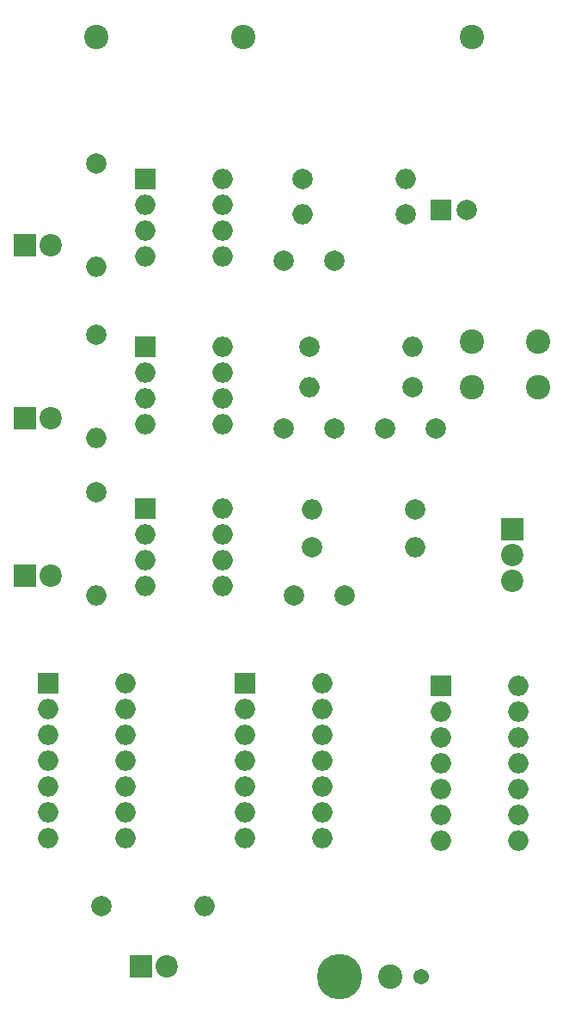
<source format=gbs>
G04 #@! TF.FileFunction,Soldermask,Bot*
%FSLAX46Y46*%
G04 Gerber Fmt 4.6, Leading zero omitted, Abs format (unit mm)*
G04 Created by KiCad (PCBNEW 4.0.5-e0-6337~49~ubuntu16.04.1) date Sun Mar 26 15:46:02 2017*
%MOMM*%
%LPD*%
G01*
G04 APERTURE LIST*
%ADD10C,0.100000*%
%ADD11R,2.000000X2.000000*%
%ADD12C,2.000000*%
%ADD13R,2.200000X2.200000*%
%ADD14C,2.200000*%
%ADD15C,4.464000*%
%ADD16C,1.543000*%
%ADD17C,2.400000*%
%ADD18O,2.000000X2.000000*%
G04 APERTURE END LIST*
D10*
D11*
X123500000Y-80500000D03*
D12*
X126000000Y-80500000D03*
X113000000Y-85500000D03*
X108000000Y-85500000D03*
X108000000Y-102000000D03*
X113000000Y-102000000D03*
X114000000Y-118500000D03*
X109000000Y-118500000D03*
D13*
X82460000Y-84000000D03*
D14*
X85000000Y-84000000D03*
D13*
X82460000Y-101000000D03*
D14*
X85000000Y-101000000D03*
D13*
X82460000Y-116500000D03*
D14*
X85000000Y-116500000D03*
D13*
X93960000Y-155000000D03*
D14*
X96500000Y-155000000D03*
D15*
X113500000Y-156000000D03*
D16*
X121500000Y-156000000D03*
D17*
X118500000Y-156000000D03*
X126500000Y-63500000D03*
X89500000Y-63500000D03*
X104000000Y-63500000D03*
D12*
X89500000Y-76000000D03*
D18*
X89500000Y-86160000D03*
D12*
X109840000Y-77500000D03*
D18*
X120000000Y-77500000D03*
D12*
X120000000Y-81000000D03*
D18*
X109840000Y-81000000D03*
D12*
X110500000Y-94000000D03*
D18*
X120660000Y-94000000D03*
D12*
X89500000Y-92840000D03*
D18*
X89500000Y-103000000D03*
D12*
X120660000Y-98000000D03*
D18*
X110500000Y-98000000D03*
D12*
X120910000Y-110000000D03*
D18*
X110750000Y-110000000D03*
D12*
X110750000Y-113750000D03*
D18*
X120910000Y-113750000D03*
D12*
X89500000Y-108340000D03*
D18*
X89500000Y-118500000D03*
D12*
X90000000Y-149000000D03*
D18*
X100160000Y-149000000D03*
D13*
X130500000Y-111920000D03*
D14*
X130500000Y-114460000D03*
X130500000Y-117000000D03*
D17*
X133000000Y-93500000D03*
X133000000Y-98000000D03*
X126500000Y-93500000D03*
X126500000Y-98000000D03*
D11*
X94380000Y-77460000D03*
D18*
X102000000Y-85080000D03*
X94380000Y-80000000D03*
X102000000Y-82540000D03*
X94380000Y-82540000D03*
X102000000Y-80000000D03*
X94380000Y-85080000D03*
X102000000Y-77460000D03*
D11*
X94380000Y-94000000D03*
D18*
X102000000Y-101620000D03*
X94380000Y-96540000D03*
X102000000Y-99080000D03*
X94380000Y-99080000D03*
X102000000Y-96540000D03*
X94380000Y-101620000D03*
X102000000Y-94000000D03*
D11*
X94380000Y-109920000D03*
D18*
X102000000Y-117540000D03*
X94380000Y-112460000D03*
X102000000Y-115000000D03*
X94380000Y-115000000D03*
X102000000Y-112460000D03*
X94380000Y-117540000D03*
X102000000Y-109920000D03*
D11*
X84750000Y-127130000D03*
D18*
X92370000Y-142370000D03*
X84750000Y-129670000D03*
X92370000Y-139830000D03*
X84750000Y-132210000D03*
X92370000Y-137290000D03*
X84750000Y-134750000D03*
X92370000Y-134750000D03*
X84750000Y-137290000D03*
X92370000Y-132210000D03*
X84750000Y-139830000D03*
X92370000Y-129670000D03*
X84750000Y-142370000D03*
X92370000Y-127130000D03*
D11*
X104130000Y-127130000D03*
D18*
X111750000Y-142370000D03*
X104130000Y-129670000D03*
X111750000Y-139830000D03*
X104130000Y-132210000D03*
X111750000Y-137290000D03*
X104130000Y-134750000D03*
X111750000Y-134750000D03*
X104130000Y-137290000D03*
X111750000Y-132210000D03*
X104130000Y-139830000D03*
X111750000Y-129670000D03*
X104130000Y-142370000D03*
X111750000Y-127130000D03*
D11*
X123500000Y-127340000D03*
D18*
X131120000Y-142580000D03*
X123500000Y-129880000D03*
X131120000Y-140040000D03*
X123500000Y-132420000D03*
X131120000Y-137500000D03*
X123500000Y-134960000D03*
X131120000Y-134960000D03*
X123500000Y-137500000D03*
X131120000Y-132420000D03*
X123500000Y-140040000D03*
X131120000Y-129880000D03*
X123500000Y-142580000D03*
X131120000Y-127340000D03*
D12*
X123000000Y-102000000D03*
X118000000Y-102000000D03*
M02*

</source>
